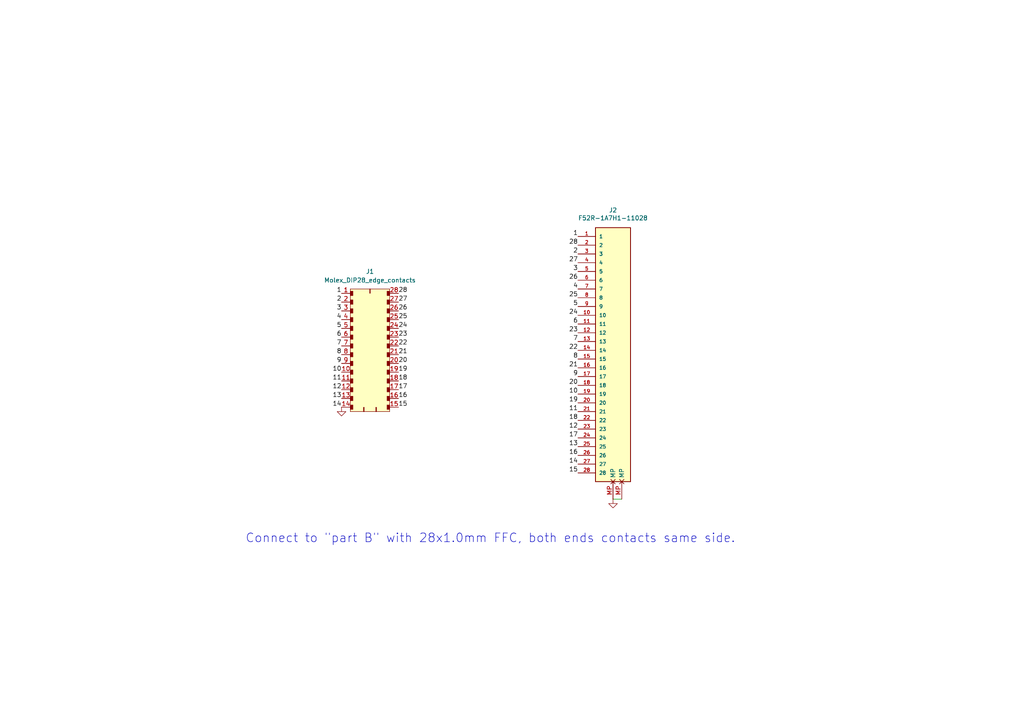
<source format=kicad_sch>
(kicad_sch (version 20231120) (generator "eeschema") (generator_version "8.0")
  (paper "A4")
  (title_block (title "Molex_7880x_28_BUS_TAP_part_A") (date "2024-07-30") (rev "001") (company "Brian K. White - b.kenyon.w@gmail.com") (comment 1 "github.com/bkw777/Molex_7880x_bus_tap"))
  (lib_symbols
    (symbol "000_LOCAL:F52R-1A7H1-11028" (pin_names (offset 1.016))
      (property "Reference" "J" (at -5.08 36.195 0))
      (property "Value" "F52R-1A7H1-11028" (at 0 41.91 0))
      (symbol "F52R-1A7H1-11028_0_0"
        (rectangle (start -5.08 35.56) (end 5.08 -38.1) (stroke (width 0.254)) (fill (type background)))
        (pin passive line (at -10.16 33.02 0) (length 5.08) (name "1") (number "1"))
        (pin passive line (at -10.16 10.16 0) (length 5.08) (name "10") (number "10"))
        (pin passive line (at -10.16 7.62 0) (length 5.08) (name "11") (number "11"))
        (pin passive line (at -10.16 5.08 0) (length 5.08) (name "12") (number "12"))
        (pin passive line (at -10.16 2.54 0) (length 5.08) (name "13") (number "13"))
        (pin passive line (at -10.16 0 0) (length 5.08) (name "14") (number "14"))
        (pin passive line (at -10.16 -2.54 0) (length 5.08) (name "15") (number "15"))
        (pin passive line (at -10.16 -5.08 0) (length 5.08) (name "16") (number "16"))
        (pin passive line (at -10.16 -7.62 0) (length 5.08) (name "17") (number "17"))
        (pin passive line (at -10.16 -10.16 0) (length 5.08) (name "18") (number "18"))
        (pin passive line (at -10.16 -12.7 0) (length 5.08) (name "19") (number "19"))
        (pin passive line (at -10.16 30.48 0) (length 5.08) (name "2") (number "2"))
        (pin passive line (at -10.16 -15.24 0) (length 5.08) (name "20") (number "20"))
        (pin passive line (at -10.16 -17.78 0) (length 5.08) (name "21") (number "21"))
        (pin passive line (at -10.16 -20.32 0) (length 5.08) (name "22") (number "22"))
        (pin passive line (at -10.16 -22.86 0) (length 5.08) (name "23") (number "23"))
        (pin passive line (at -10.16 -25.4 0) (length 5.08) (name "24") (number "24"))
        (pin passive line (at -10.16 -27.94 0) (length 5.08) (name "25") (number "25"))
        (pin passive line (at -10.16 -30.48 0) (length 5.08) (name "26") (number "26"))
        (pin passive line (at -10.16 -33.02 0) (length 5.08) (name "27") (number "27"))
        (pin passive line (at -10.16 -35.56 0) (length 5.08) (name "28") (number "28"))
        (pin passive line (at -10.16 27.94 0) (length 5.08) (name "3") (number "3"))
        (pin passive line (at -10.16 25.4 0) (length 5.08) (name "4") (number "4"))
        (pin passive line (at -10.16 22.86 0) (length 5.08) (name "5") (number "5"))
        (pin passive line (at -10.16 20.32 0) (length 5.08) (name "6") (number "6"))
        (pin passive line (at -10.16 17.78 0) (length 5.08) (name "7") (number "7"))
        (pin passive line (at -10.16 15.24 0) (length 5.08) (name "8") (number "8"))
        (pin passive line (at -10.16 12.7 0) (length 5.08) (name "9") (number "9"))
      )
      (symbol "F52R-1A7H1-11028_1_1"
        (pin passive non_logic (at 0 -43.18 90) (length 5.08) (name "MP") (number "MP"))
        (pin passive non_logic (at 2.54 -43.18 90) (length 5.08) (name "MP") (number "MP"))
      )
    )
    (symbol "000_LOCAL:Molex_DIP28_edge_contacts" (pin_names (offset 1.016))
      (property "Reference" "J" (at -7.62 19.05 0))
      (property "Value" "Molex_DIP28_edge_contacts" (at 0 -19.05 0))
      (symbol "Molex_DIP28_edge_contacts_0_1"
        (rectangle (start -3.81 -17.78) (end -3.556 -16.51) (stroke (width 0.0254)) (fill (type outline)))
        (rectangle (start -2.032 17.78) (end -1.778 16.51) (stroke (width 0.0254)) (fill (type outline)))
        (rectangle (start 0 -17.78) (end -0.254 -16.51) (stroke (width 0.0254)) (fill (type outline)))
      )
      (symbol "Molex_DIP28_edge_contacts_1_1"
        (rectangle (start -7.62 -15.875) (end -6.858 -17.145) (fill (type outline)))
        (rectangle (start -7.62 -13.335) (end -6.858 -14.605) (fill (type outline)))
        (rectangle (start -7.62 -10.795) (end -6.858 -12.065) (fill (type outline)))
        (rectangle (start -7.62 -8.255) (end -6.858 -9.525) (fill (type outline)))
        (rectangle (start -7.62 -5.715) (end -6.858 -6.985) (fill (type outline)))
        (rectangle (start -7.62 -3.175) (end -6.858 -4.445) (fill (type outline)))
        (rectangle (start -7.62 -0.635) (end -6.858 -1.905) (fill (type outline)))
        (rectangle (start -7.62 1.905) (end -6.858 0.635) (fill (type outline)))
        (rectangle (start -7.62 4.445) (end -6.858 3.175) (fill (type outline)))
        (rectangle (start -7.62 6.985) (end -6.858 5.715) (fill (type outline)))
        (rectangle (start -7.62 9.525) (end -6.858 8.255) (fill (type outline)))
        (rectangle (start -7.62 12.065) (end -6.858 10.795) (fill (type outline)))
        (rectangle (start -7.62 14.605) (end -6.858 13.335) (fill (type outline)))
        (rectangle (start -7.62 17.145) (end -6.858 15.875) (fill (type outline)))
        (rectangle (start -7.62 17.78) (end 3.81 -17.78) (fill (type background)))
        (rectangle (start 3.048 -15.875) (end 3.81 -17.145) (fill (type outline)))
        (rectangle (start 3.048 -13.335) (end 3.81 -14.605) (fill (type outline)))
        (rectangle (start 3.048 -10.795) (end 3.81 -12.065) (fill (type outline)))
        (rectangle (start 3.048 -8.255) (end 3.81 -9.525) (fill (type outline)))
        (rectangle (start 3.048 -5.715) (end 3.81 -6.985) (fill (type outline)))
        (rectangle (start 3.048 -3.175) (end 3.81 -4.445) (fill (type outline)))
        (rectangle (start 3.048 -0.635) (end 3.81 -1.905) (fill (type outline)))
        (rectangle (start 3.048 1.905) (end 3.81 0.635) (fill (type outline)))
        (rectangle (start 3.048 4.445) (end 3.81 3.175) (fill (type outline)))
        (rectangle (start 3.048 6.985) (end 3.81 5.715) (fill (type outline)))
        (rectangle (start 3.048 9.525) (end 3.81 8.255) (fill (type outline)))
        (rectangle (start 3.048 12.065) (end 3.81 10.795) (fill (type outline)))
        (rectangle (start 3.048 14.605) (end 3.81 13.335) (fill (type outline)))
        (rectangle (start 3.048 17.145) (end 3.81 15.875) (fill (type outline)))
        (pin passive line (at -10.16 16.51 0) (length 2.54) (name "~") (number "1"))
        (pin passive line (at -10.16 -6.35 0) (length 2.54) (name "~") (number "10"))
        (pin passive line (at -10.16 -8.89 0) (length 2.54) (name "~") (number "11"))
        (pin passive line (at -10.16 -11.43 0) (length 2.54) (name "~") (number "12"))
        (pin passive line (at -10.16 -13.97 0) (length 2.54) (name "~") (number "13"))
        (pin passive line (at -10.16 -16.51 0) (length 2.54) (name "~") (number "14"))
        (pin passive line (at 6.35 -16.51 180) (length 2.54) (name "~") (number "15"))
        (pin passive line (at 6.35 -13.97 180) (length 2.54) (name "~") (number "16"))
        (pin passive line (at 6.35 -11.43 180) (length 2.54) (name "~") (number "17"))
        (pin passive line (at 6.35 -8.89 180) (length 2.54) (name "~") (number "18"))
        (pin passive line (at 6.35 -6.35 180) (length 2.54) (name "~") (number "19"))
        (pin passive line (at -10.16 13.97 0) (length 2.54) (name "~") (number "2"))
        (pin passive line (at 6.35 -3.81 180) (length 2.54) (name "~") (number "20"))
        (pin passive line (at 6.35 -1.27 180) (length 2.54) (name "~") (number "21"))
        (pin passive line (at 6.35 1.27 180) (length 2.54) (name "~") (number "22"))
        (pin passive line (at 6.35 3.81 180) (length 2.54) (name "~") (number "23"))
        (pin passive line (at 6.35 6.35 180) (length 2.54) (name "~") (number "24"))
        (pin passive line (at 6.35 8.89 180) (length 2.54) (name "~") (number "25"))
        (pin passive line (at 6.35 11.43 180) (length 2.54) (name "~") (number "26"))
        (pin passive line (at 6.35 13.97 180) (length 2.54) (name "~") (number "27"))
        (pin passive line (at 6.35 16.51 180) (length 2.54) (name "~") (number "28"))
        (pin passive line (at -10.16 11.43 0) (length 2.54) (name "~") (number "3"))
        (pin passive line (at -10.16 8.89 0) (length 2.54) (name "~") (number "4"))
        (pin passive line (at -10.16 6.35 0) (length 2.54) (name "~") (number "5"))
        (pin passive line (at -10.16 3.81 0) (length 2.54) (name "~") (number "6"))
        (pin passive line (at -10.16 1.27 0) (length 2.54) (name "~") (number "7"))
        (pin passive line (at -10.16 -1.27 0) (length 2.54) (name "~") (number "8"))
        (pin passive line (at -10.16 -3.81 0) (length 2.54) (name "~") (number "9"))
      )
    )
    (symbol "power:GND" (power) (pin_numbers hide) (pin_names (offset 0) hide)
      (property "Value" "GND" (at 0 -3.81 0))
      (symbol "GND_0_1"
        (polyline (pts (xy 0 0) (xy 0 -1.27) (xy 1.27 -1.27) (xy 0 -2.54) (xy -1.27 -1.27) (xy 0 -1.27)))
      )
      (symbol "GND_1_1"
        (pin power_in line (at 0 0 270) (length 0) (name "~") (number "1"))
      )
    )
  )
  (wire (pts (xy 177.8 144.78) (xy 180.34 144.78)))
  (text "Connect to \"part B\" with 28x1.0mm FFC, both ends contacts same side." (at 142.24 156.21 0) (effects (font (size 2.54 2.54))))
  (label "19" (at 167.64 116.84 180))
  (label "7" (at 99.06 100.33 180))
  (label "23" (at 115.57 97.79 0))
  (label "6" (at 99.06 97.79 180))
  (label "8" (at 167.64 104.14 180))
  (label "17" (at 115.57 113.03 0))
  (label "10" (at 167.64 114.3 180))
  (label "19" (at 115.57 107.95 0))
  (label "11" (at 167.64 119.38 180))
  (label "2" (at 99.06 87.63 180))
  (label "15" (at 115.57 118.11 0))
  (label "12" (at 99.06 113.03 180))
  (label "27" (at 115.57 87.63 0))
  (label "16" (at 167.64 132.08 180))
  (label "21" (at 167.64 106.68 180))
  (label "12" (at 167.64 124.46 180))
  (label "15" (at 167.64 137.16 180))
  (label "11" (at 99.06 110.49 180))
  (label "27" (at 167.64 76.2 180))
  (label "18" (at 115.57 110.49 0))
  (label "26" (at 167.64 81.28 180))
  (label "5" (at 167.64 88.9 180))
  (label "1" (at 167.64 68.58 180))
  (label "18" (at 167.64 121.92 180))
  (label "9" (at 167.64 109.22 180))
  (label "26" (at 115.57 90.17 0))
  (label "1" (at 99.06 85.09 180))
  (label "9" (at 99.06 105.41 180))
  (label "24" (at 115.57 95.25 0))
  (label "21" (at 115.57 102.87 0))
  (label "20" (at 115.57 105.41 0))
  (label "5" (at 99.06 95.25 180))
  (label "25" (at 167.64 86.36 180))
  (label "8" (at 99.06 102.87 180))
  (label "7" (at 167.64 99.06 180))
  (label "6" (at 167.64 93.98 180))
  (label "25" (at 115.57 92.71 0))
  (label "10" (at 99.06 107.95 180))
  (label "4" (at 167.64 83.82 180))
  (label "16" (at 115.57 115.57 0))
  (label "4" (at 99.06 92.71 180))
  (label "3" (at 167.64 78.74 180))
  (label "14" (at 99.06 118.11 180))
  (label "2" (at 167.64 73.66 180))
  (label "3" (at 99.06 90.17 180))
  (label "28" (at 167.64 71.12 180))
  (label "17" (at 167.64 127 180))
  (label "22" (at 115.57 100.33 0))
  (label "24" (at 167.64 91.44 180))
  (label "20" (at 167.64 111.76 180))
  (label "13" (at 167.64 129.54 180))
  (label "22" (at 167.64 101.6 180))
  (label "14" (at 167.64 134.62 180))
  (label "23" (at 167.64 96.52 180))
  (label "28" (at 115.57 85.09 0))
  (label "13" (at 99.06 115.57 180))
  (symbol (lib_id "power:GND") (at 177.8 144.78 0) (unit 1)
    (property "Reference" "#PWR01" (effects (hide yes)))
    (property "Value" "GND" (effects (hide yes)))
    (property "Description" "Power symbol creates a global label with name \"GND\" , ground" (effects (hide yes)))
  )
  (symbol (lib_id "000_LOCAL:F52R-1A7H1-11028") (at 177.8 101.6 0) (unit 1)
    (property "Reference" "J2" (at 177.8 60.96 0))
    (property "Value" "F52R-1A7H1-11028" (at 177.8 63.246 0))
    (property "Footprint" "000_LOCAL:F52R-1A7H1-11028" (effects (hide yes)))
    (property "Datasheet" "datasheets/F52R.pdf" (effects (hide yes)))
    (property "PARTREV" "A" (effects (hide yes)))
    (property "STANDARD" "Manufacturer Recommendations" (effects (hide yes)))
    (property "MAXIMUM_PACKAGE_HEIGHT" "2.55 mm" (effects (hide yes)))
    (property "MANUFACTURER" "Amphenol" (effects (hide yes)))
  )
  (symbol (lib_id "power:GND") (at 99.06 118.11 0) (unit 1)
    (property "Reference" "#PWR02" (effects (hide yes)))
    (property "Value" "GND" (effects (hide yes)))
    (property "Description" "Power symbol creates a global label with name \"GND\" , ground" (effects (hide yes)))
  )
  (symbol (lib_id "000_LOCAL:Molex_DIP28_edge_contacts") (at 109.22 101.6 0) (unit 1)
    (property "Reference" "J1" (at 107.315 78.74 0))
    (property "Value" "Molex_DIP28_edge_contacts" (at 107.315 81.28 0))
    (property "Footprint" "000_LOCAL:Molex78802_PCB_28" (effects (hide yes)))
    (property "Datasheet" "datasheets/050395288_sd_corrected.pdf" (effects (hide yes)))
  )
)
</source>
